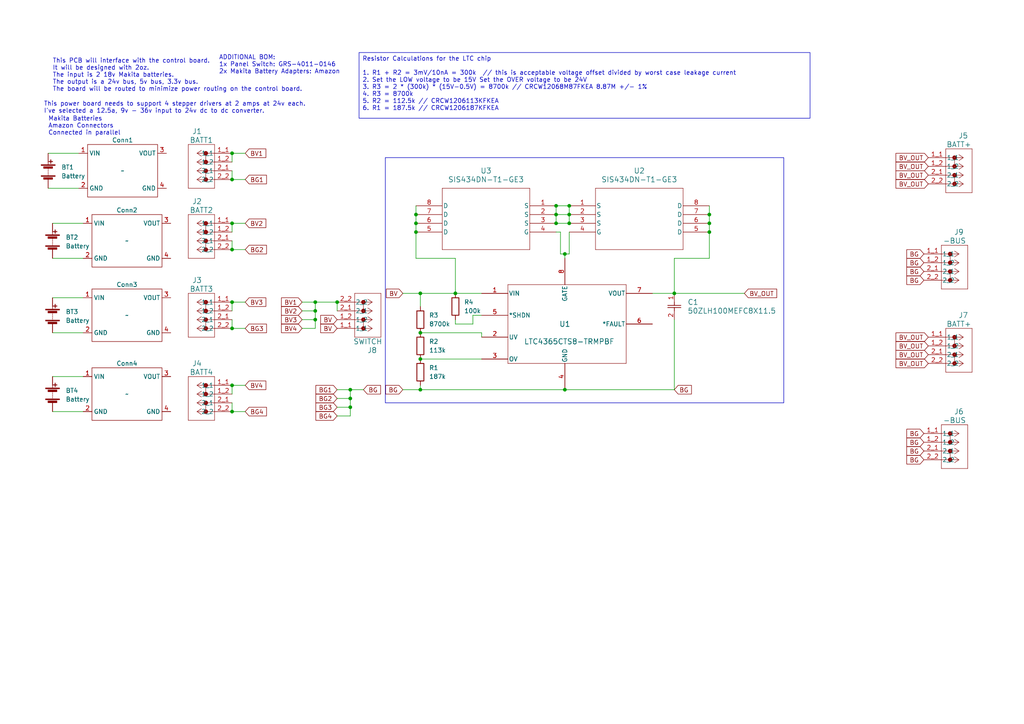
<source format=kicad_sch>
(kicad_sch (version 20230121) (generator eeschema)
  (paper "A4")
  (lib_symbols
    (symbol "2604-1102:2604-1102" (pin_names (offset 0.254))
      (property "Reference" "J" (at 8.89 6.35 0))
      (property "Value" "2604-1102" (at 0 0 0))
      (symbol "2604-1102_0_1"
        (polyline (pts (xy 5.08 -10.16) (xy 12.7 -10.16)) (stroke (width 0.127)))
        (polyline (pts (xy 5.08 2.54) (xy 5.08 -10.16)) (stroke (width 0.127)))
        (polyline (pts (xy 7.62 -5.08) (xy 7.62 -7.62)) (stroke (width 0.127)))
        (polyline (pts (xy 7.62 0) (xy 7.62 -2.54)) (stroke (width 0.127)))
        (polyline (pts (xy 10.16 -7.62) (xy 5.08 -7.62)) (stroke (width 0.127)))
        (polyline (pts (xy 10.16 -7.62) (xy 8.89 -8.4667)) (stroke (width 0.127)))
        (polyline (pts (xy 10.16 -7.62) (xy 8.89 -6.7733)) (stroke (width 0.127)))
        (polyline (pts (xy 10.16 -5.08) (xy 5.08 -5.08)) (stroke (width 0.127)))
        (polyline (pts (xy 10.16 -5.08) (xy 8.89 -5.9267)) (stroke (width 0.127)))
        (polyline (pts (xy 10.16 -5.08) (xy 8.89 -4.2333)) (stroke (width 0.127)))
        (polyline (pts (xy 10.16 -2.54) (xy 5.08 -2.54)) (stroke (width 0.127)))
        (polyline (pts (xy 10.16 -2.54) (xy 8.89 -3.3867)) (stroke (width 0.127)))
        (polyline (pts (xy 10.16 -2.54) (xy 8.89 -1.6933)) (stroke (width 0.127)))
        (polyline (pts (xy 10.16 0) (xy 5.08 0)) (stroke (width 0.127)))
        (polyline (pts (xy 10.16 0) (xy 8.89 -0.8467)) (stroke (width 0.127)))
        (polyline (pts (xy 10.16 0) (xy 8.89 0.8467)) (stroke (width 0.127)))
        (polyline (pts (xy 12.7 -10.16) (xy 12.7 2.54)) (stroke (width 0.127)))
        (polyline (pts (xy 12.7 2.54) (xy 5.08 2.54)) (stroke (width 0.127)))
        (circle (center 7.62 -7.62) (radius 0.127) (stroke (width 0.508)))
        (circle (center 7.62 -5.08) (radius 0.127) (stroke (width 0.508)))
        (circle (center 7.62 -2.54) (radius 0.127) (stroke (width 0.508)))
        (circle (center 7.62 0) (radius 0.127) (stroke (width 0.508)))
        (pin unspecified line (at 0 0 0) (length 5.08) (name "1_1") (number "1_1"))
        (pin unspecified line (at 0 -2.54 0) (length 5.08) (name "1_2") (number "1_2"))
        (pin unspecified line (at 0 -5.08 0) (length 5.08) (name "2_1") (number "2_1"))
        (pin unspecified line (at 0 -7.62 0) (length 5.08) (name "2_2") (number "2_2"))
      )
    )
    (symbol "50ZLH100MEFC8X11_5:50ZLH100MEFC8X11.5" (pin_names (offset 0.254))
      (property "Reference" "C" (at 3.81 3.81 0))
      (property "Value" "50ZLH100MEFC8X11.5" (at 3.81 -3.81 0))
      (symbol "50ZLH100MEFC8X11.5_1_1"
        (polyline (pts (xy 2.54 0) (xy 3.4798 0)) (stroke (width 0.2032)))
        (polyline (pts (xy 3.4798 -1.905) (xy 3.4798 1.905)) (stroke (width 0.2032)))
        (polyline (pts (xy 4.1148 -1.905) (xy 4.1148 1.905)) (stroke (width 0.2032)))
        (polyline (pts (xy 4.1148 0) (xy 5.08 0)) (stroke (width 0.2032)))
        (pin unspecified line (at 0 0 0) (length 2.54) (name "") (number "1"))
        (pin unspecified line (at 7.62 0 180) (length 2.54) (name "") (number "2"))
      )
      (symbol "50ZLH100MEFC8X11.5_1_2"
        (polyline (pts (xy -1.905 -4.1148) (xy 1.905 -4.1148)) (stroke (width 0.2032)))
        (polyline (pts (xy -1.905 -3.4798) (xy 1.905 -3.4798)) (stroke (width 0.2032)))
        (polyline (pts (xy 0 -4.1148) (xy 0 -5.08)) (stroke (width 0.2032)))
        (polyline (pts (xy 0 -2.54) (xy 0 -3.4798)) (stroke (width 0.2032)))
        (pin unspecified line (at 0 0 270) (length 2.54) (name "") (number "1"))
        (pin unspecified line (at 0 -7.62 90) (length 2.54) (name "") (number "2"))
      )
    )
    (symbol "Device:Battery" (pin_numbers hide) (pin_names (offset 0) hide)
      (property "Reference" "BT" (at 2.54 2.54 0))
      (property "Value" "Battery" (at 2.54 0 0))
      (symbol "Battery_0_1"
        (rectangle (start -2.032 -1.397) (end 2.032 -1.651) (fill (type outline)))
        (rectangle (start -2.032 1.778) (end 2.032 1.524) (fill (type outline)))
        (rectangle (start -1.3208 -1.9812) (end 1.27 -2.4892) (fill (type outline)))
        (rectangle (start -1.3208 1.1938) (end 1.27 0.6858) (fill (type outline)))
        (polyline (pts (xy 0 -1.524) (xy 0 -1.27)))
        (polyline (pts (xy 0 -1.016) (xy 0 -0.762)))
        (polyline (pts (xy 0 -0.508) (xy 0 -0.254)))
        (polyline (pts (xy 0 0) (xy 0 0.254)))
        (polyline (pts (xy 0 0.508) (xy 0 0.762)))
        (polyline (pts (xy 0 1.778) (xy 0 2.54)))
        (polyline (pts (xy 0.254 2.667) (xy 1.27 2.667)) (stroke (width 0.254)))
        (polyline (pts (xy 0.762 3.175) (xy 0.762 2.159)) (stroke (width 0.254)))
      )
      (symbol "Battery_1_1"
        (pin passive line (at 0 5.08 270) (length 2.54) (name "+") (number "1"))
        (pin passive line (at 0 -5.08 90) (length 2.54) (name "-") (number "2"))
      )
    )
    (symbol "Device:R" (pin_numbers hide) (pin_names (offset 0))
      (property "Reference" "R" (at 2.032 0 90))
      (property "Value" "R" (at 0 0 90))
      (symbol "R_0_1"
        (rectangle (start -1.016 -2.54) (end 1.016 2.54) (stroke (width 0.254)))
      )
      (symbol "R_1_1"
        (pin passive line (at 0 3.81 270) (length 1.27) (name "~") (number "1"))
        (pin passive line (at 0 -3.81 90) (length 1.27) (name "~") (number "2"))
      )
    )
    (symbol "LTC4365CTS8_TRMPBF:LTC4365CTS8-TRMPBF" (pin_names (offset 0.254))
      (property "Reference" "U" (at 1.27 1.27 0))
      (property "Value" "LTC4365CTS8-TRMPBF" (at 1.27 -2.54 0))
      (symbol "LTC4365CTS8-TRMPBF_0_1"
        (polyline (pts (xy -16.51 -11.43) (xy 17.78 -11.43)) (stroke (width 0.127)))
        (polyline (pts (xy -16.51 11.43) (xy -16.51 -11.43)) (stroke (width 0.127)))
        (polyline (pts (xy 17.78 -11.43) (xy 17.78 11.43)) (stroke (width 0.127)))
        (polyline (pts (xy 17.78 11.43) (xy -16.51 11.43)) (stroke (width 0.127)))
        (pin input line (at -24.13 8.89 0) (length 7.62) (name "VIN") (number "1"))
        (pin input line (at -24.13 -3.81 0) (length 7.62) (name "UV") (number "2"))
        (pin input line (at -24.13 -10.16 0) (length 7.62) (name "OV") (number "3"))
        (pin power_in line (at 0 -19.05 90) (length 7.62) (name "GND") (number "4"))
        (pin input line (at -24.13 2.54 0) (length 7.62) (name "*SHDN") (number "5"))
        (pin output line (at 25.4 0 180) (length 7.62) (name "*FAULT") (number "6"))
        (pin output line (at 25.4 8.89 180) (length 7.62) (name "VOUT") (number "7"))
        (pin output line (at 0 19.05 270) (length 7.62) (name "GATE") (number "8"))
      )
    )
    (symbol "MakitaBatteryAdapter:MakitaBatteryAdapter"
      (property "Reference" "Conn" (at 0 10.16 0))
      (symbol "MakitaBatteryAdapter_0_1"
        (rectangle (start -10.16 7.62) (end 10.16 -7.62))
      )
      (symbol "MakitaBatteryAdapter_1_1"
        (pin input line (at -12.7 5.08 0) (length 2.54) (name "VIN") (number "1"))
        (pin input line (at -12.7 -5.08 0) (length 2.54) (name "GND") (number "2"))
        (pin output line (at 12.7 5.08 180) (length 2.54) (name "VOUT") (number "3"))
        (pin output line (at 12.7 -5.08 180) (length 2.54) (name "GND") (number "4"))
      )
    )
    (symbol "SIS434DN_T1_GE3:SIS434DN-T1-GE3" (pin_names (offset 0.254))
      (property "Reference" "U" (at 20.32 10.16 0))
      (property "Value" "SIS434DN-T1-GE3" (at 20.32 7.62 0))
      (symbol "SIS434DN-T1-GE3_0_1"
        (polyline (pts (xy 7.62 -12.7) (xy 33.02 -12.7)) (stroke (width 0.127)))
        (polyline (pts (xy 7.62 5.08) (xy 7.62 -12.7)) (stroke (width 0.127)))
        (polyline (pts (xy 33.02 -12.7) (xy 33.02 5.08)) (stroke (width 0.127)))
        (polyline (pts (xy 33.02 5.08) (xy 7.62 5.08)) (stroke (width 0.127)))
      )
      (symbol "SIS434DN-T1-GE3_1_1"
        (pin unspecified line (at 0 0 0) (length 7.62) (name "S") (number "1"))
        (pin unspecified line (at 0 -2.54 0) (length 7.62) (name "S") (number "2"))
        (pin unspecified line (at 0 -5.08 0) (length 7.62) (name "S") (number "3"))
        (pin unspecified line (at 0 -7.62 0) (length 7.62) (name "G") (number "4"))
        (pin unspecified line (at 40.64 -7.62 180) (length 7.62) (name "D") (number "5"))
        (pin unspecified line (at 40.64 -5.08 180) (length 7.62) (name "D") (number "6"))
        (pin unspecified line (at 40.64 -2.54 180) (length 7.62) (name "D") (number "7"))
        (pin unspecified line (at 40.64 0 180) (length 7.62) (name "D") (number "8"))
      )
    )
  )
  (junction (at 120.65 62.23))
  (junction (at 67.31 44.45))
  (junction (at 132.08 85.09))
  (junction (at 165.1 64.77))
  (junction (at 120.65 64.77))
  (junction (at 67.31 87.63))
  (junction (at 161.29 64.77))
  (junction (at 67.31 72.39))
  (junction (at 205.74 67.31))
  (junction (at 205.74 62.23))
  (junction (at 205.74 64.77))
  (junction (at 91.44 87.63))
  (junction (at 67.31 119.38))
  (junction (at 67.31 95.25))
  (junction (at 97.79 87.63))
  (junction (at 91.44 92.71))
  (junction (at 91.44 90.17))
  (junction (at 120.65 67.31))
  (junction (at 67.31 52.07))
  (junction (at 121.92 104.14))
  (junction (at 195.58 85.09))
  (junction (at 101.6 113.03))
  (junction (at 101.6 118.11))
  (junction (at 67.31 111.76))
  (junction (at 67.31 64.77))
  (junction (at 163.83 73.66))
  (junction (at 121.92 85.09))
  (junction (at 121.92 113.03))
  (junction (at 161.29 59.69))
  (junction (at 165.1 59.69))
  (junction (at 121.92 96.52))
  (junction (at 163.83 113.03))
  (junction (at 101.6 115.57))
  (junction (at 161.29 62.23))
  (junction (at 165.1 62.23))
  (wire (pts (xy 116.84 113.03) (xy 121.92 113.03)))
  (wire (pts (xy 67.31 116.84) (xy 67.31 119.38)))
  (wire (pts (xy 165.1 73.66) (xy 163.83 73.66)))
  (wire (pts (xy 87.63 92.71) (xy 91.44 92.71)))
  (wire (pts (xy 205.74 62.23) (xy 205.74 59.69)))
  (wire (pts (xy 67.31 72.39) (xy 71.12 72.39)))
  (wire (pts (xy 91.44 95.25) (xy 91.44 92.71)))
  (wire (pts (xy 91.44 87.63) (xy 97.79 87.63)))
  (wire (pts (xy 120.65 64.77) (xy 120.65 62.23)))
  (wire (pts (xy 121.92 113.03) (xy 163.83 113.03)))
  (wire (pts (xy 91.44 90.17) (xy 91.44 87.63)))
  (wire (pts (xy 161.29 59.69) (xy 161.29 62.23)))
  (wire (pts (xy 205.74 67.31) (xy 205.74 64.77)))
  (wire (pts (xy 13.97 44.45) (xy 22.86 44.45)))
  (wire (pts (xy 15.24 64.77) (xy 24.13 64.77)))
  (wire (pts (xy 205.74 64.77) (xy 205.74 62.23)))
  (wire (pts (xy 139.7 96.52) (xy 139.7 97.79)))
  (wire (pts (xy 195.58 85.09) (xy 215.9 85.09)))
  (wire (pts (xy 97.79 87.63) (xy 97.79 90.17)))
  (wire (pts (xy 67.31 44.45) (xy 67.31 46.99)))
  (wire (pts (xy 97.79 113.03) (xy 101.6 113.03)))
  (wire (pts (xy 163.83 73.66) (xy 163.83 74.93)))
  (wire (pts (xy 67.31 119.38) (xy 71.12 119.38)))
  (wire (pts (xy 67.31 64.77) (xy 71.12 64.77)))
  (wire (pts (xy 101.6 118.11) (xy 101.6 115.57)))
  (wire (pts (xy 71.12 52.07) (xy 67.31 52.07)))
  (wire (pts (xy 121.92 104.14) (xy 139.7 104.14)))
  (wire (pts (xy 97.79 115.57) (xy 101.6 115.57)))
  (wire (pts (xy 67.31 64.77) (xy 67.31 67.31)))
  (wire (pts (xy 121.92 88.9) (xy 121.92 85.09)))
  (wire (pts (xy 161.29 64.77) (xy 165.1 64.77)))
  (wire (pts (xy 205.74 74.93) (xy 205.74 67.31)))
  (wire (pts (xy 91.44 92.71) (xy 91.44 90.17)))
  (wire (pts (xy 195.58 74.93) (xy 195.58 85.09)))
  (wire (pts (xy 120.65 74.93) (xy 120.65 67.31)))
  (wire (pts (xy 162.56 67.31) (xy 161.29 67.31)))
  (wire (pts (xy 195.58 113.03) (xy 163.83 113.03)))
  (wire (pts (xy 116.84 85.09) (xy 121.92 85.09)))
  (wire (pts (xy 101.6 120.65) (xy 101.6 118.11)))
  (wire (pts (xy 67.31 69.85) (xy 67.31 72.39)))
  (wire (pts (xy 67.31 111.76) (xy 71.12 111.76)))
  (wire (pts (xy 132.08 93.98) (xy 137.16 93.98)))
  (wire (pts (xy 161.29 62.23) (xy 165.1 62.23)))
  (wire (pts (xy 132.08 74.93) (xy 120.65 74.93)))
  (wire (pts (xy 162.56 73.66) (xy 163.83 73.66)))
  (wire (pts (xy 121.92 85.09) (xy 132.08 85.09)))
  (wire (pts (xy 15.24 86.36) (xy 24.13 86.36)))
  (wire (pts (xy 137.16 91.44) (xy 139.7 91.44)))
  (wire (pts (xy 87.63 87.63) (xy 91.44 87.63)))
  (wire (pts (xy 161.29 59.69) (xy 165.1 59.69)))
  (wire (pts (xy 132.08 92.71) (xy 132.08 93.98)))
  (wire (pts (xy 87.63 90.17) (xy 91.44 90.17)))
  (wire (pts (xy 165.1 62.23) (xy 165.1 64.77)))
  (wire (pts (xy 67.31 87.63) (xy 71.12 87.63)))
  (wire (pts (xy 195.58 92.71) (xy 195.58 113.03)))
  (wire (pts (xy 67.31 44.45) (xy 71.12 44.45)))
  (wire (pts (xy 195.58 74.93) (xy 205.74 74.93)))
  (wire (pts (xy 120.65 62.23) (xy 120.65 59.69)))
  (wire (pts (xy 189.23 85.09) (xy 195.58 85.09)))
  (wire (pts (xy 67.31 95.25) (xy 71.12 95.25)))
  (wire (pts (xy 165.1 59.69) (xy 165.1 62.23)))
  (wire (pts (xy 162.56 73.66) (xy 162.56 67.31)))
  (wire (pts (xy 101.6 115.57) (xy 101.6 113.03)))
  (wire (pts (xy 87.63 95.25) (xy 91.44 95.25)))
  (wire (pts (xy 121.92 111.76) (xy 121.92 113.03)))
  (wire (pts (xy 97.79 120.65) (xy 101.6 120.65)))
  (wire (pts (xy 101.6 113.03) (xy 105.41 113.03)))
  (wire (pts (xy 13.97 54.61) (xy 22.86 54.61)))
  (wire (pts (xy 67.31 49.53) (xy 67.31 52.07)))
  (wire (pts (xy 132.08 85.09) (xy 139.7 85.09)))
  (wire (pts (xy 24.13 119.38) (xy 15.24 119.38)))
  (wire (pts (xy 120.65 67.31) (xy 120.65 64.77)))
  (wire (pts (xy 165.1 67.31) (xy 165.1 73.66)))
  (wire (pts (xy 67.31 111.76) (xy 67.31 114.3)))
  (wire (pts (xy 97.79 118.11) (xy 101.6 118.11)))
  (wire (pts (xy 137.16 93.98) (xy 137.16 91.44)))
  (wire (pts (xy 67.31 92.71) (xy 67.31 95.25)))
  (wire (pts (xy 15.24 109.22) (xy 24.13 109.22)))
  (wire (pts (xy 132.08 74.93) (xy 132.08 85.09)))
  (wire (pts (xy 24.13 74.93) (xy 15.24 74.93)))
  (wire (pts (xy 161.29 62.23) (xy 161.29 64.77)))
  (wire (pts (xy 24.13 96.52) (xy 15.24 96.52)))
  (wire (pts (xy 67.31 87.63) (xy 67.31 90.17)))
  (wire (pts (xy 121.92 96.52) (xy 139.7 96.52)))
  (rectangle (start 111.76 45.72) (end 227.33 116.84))
  (text_box "Resistor Calculations for the LTC chip\n\n1. R1 + R2 = 3mV/10nA = 300k  // this is acceptable voltage offset divided by worst case leakage current\n2. Set the LOW voltage to be 15V Set the OVER voltage to be 24V\n3. R3 = 2 * (300k) * (15V-0.5V) = 8700k // CRCW12068M87FKEA 8.87M +/- 1%\n4. R3 = 8700k\n5. R2 = 112.5k // CRCW1206113KFKEA\n6. R1 = 187.5k // CRCW1206187KFKEA\n" (at 104.14 15.24 0) (size 130.81 19.05) (effects (font (size 1.27 1.27)) (justify left top)))
  (text "Makita Batteries\nAmazon Connectors\nConnected in parallel" (at 13.97 39.37 0) (effects (font (size 1.27 1.27)) (justify left bottom)))
  (text "ADDITIONAL BOM:\n1x Panel Switch: GRS-4011-0146\n2x Makita Battery Adapters: Amazon" (at 63.5 21.59 0) (effects (font (size 1.27 1.27)) (justify left bottom)))
  (text "This power board needs to support 4 stepper drivers at 2 amps at 24v each. \nI've selected a 12.5a, 9v - 36v input to 24v dc to dc converter." (at 12.7 33.02 0) (effects (font (size 1.27 1.27)) (justify left bottom)))
  (text "This PCB will interface with the control board. \nIt will be designed with 2oz. \nThe input is 2 18v Makita batteries. \nThe output is a 24v bus, 5v bus, 3.3v bus.\nThe board will be routed to minimize power routing on the control board." (at 15.24 26.67 0) (effects (font (size 1.27 1.27)) (justify left bottom)))
  (global_label "BG2" (shape input) (at 71.12 72.39 0) (property "Intersheetrefs" "${INTERSHEET_REFS}" (effects hide)))
  (global_label "BV_OUT" (shape input) (at 269.24 50.8 180) (property "Intersheetrefs" "${INTERSHEET_REFS}" (effects hide)))
  (global_label "BG4" (shape input) (at 97.79 120.65 180) (property "Intersheetrefs" "${INTERSHEET_REFS}" (effects hide)))
  (global_label "BG" (shape input) (at 267.97 81.28 180) (property "Intersheetrefs" "${INTERSHEET_REFS}" (effects hide)))
  (global_label "BG" (shape input) (at 267.97 73.66 180) (property "Intersheetrefs" "${INTERSHEET_REFS}" (effects hide)))
  (global_label "BG" (shape input) (at 116.84 113.03 180) (property "Intersheetrefs" "${INTERSHEET_REFS}" (effects hide)))
  (global_label "BV_OUT" (shape input) (at 269.24 97.79 180) (property "Intersheetrefs" "${INTERSHEET_REFS}" (effects hide)))
  (global_label "BV_OUT" (shape input) (at 269.24 105.41 180) (property "Intersheetrefs" "${INTERSHEET_REFS}" (effects hide)))
  (global_label "BV_OUT" (shape input) (at 269.24 45.72 180) (property "Intersheetrefs" "${INTERSHEET_REFS}" (effects hide)))
  (global_label "BG4" (shape input) (at 71.12 119.38 0) (property "Intersheetrefs" "${INTERSHEET_REFS}" (effects hide)))
  (global_label "BV_OUT" (shape input) (at 269.24 100.33 180) (property "Intersheetrefs" "${INTERSHEET_REFS}" (effects hide)))
  (global_label "BV4" (shape input) (at 71.12 111.76 0) (property "Intersheetrefs" "${INTERSHEET_REFS}" (effects hide)))
  (global_label "BV_OUT" (shape input) (at 269.24 48.26 180) (property "Intersheetrefs" "${INTERSHEET_REFS}" (effects hide)))
  (global_label "BV1" (shape input) (at 71.12 44.45 0) (property "Intersheetrefs" "${INTERSHEET_REFS}" (effects hide)))
  (global_label "BG" (shape input) (at 195.58 113.03 0) (property "Intersheetrefs" "${INTERSHEET_REFS}" (effects hide)))
  (global_label "BV1" (shape input) (at 87.63 87.63 180) (property "Intersheetrefs" "${INTERSHEET_REFS}" (effects hide)))
  (global_label "BG" (shape input) (at 267.97 76.2 180) (property "Intersheetrefs" "${INTERSHEET_REFS}" (effects hide)))
  (global_label "BV_OUT" (shape input) (at 269.24 102.87 180) (property "Intersheetrefs" "${INTERSHEET_REFS}" (effects hide)))
  (global_label "BV" (shape input) (at 116.84 85.09 180) (property "Intersheetrefs" "${INTERSHEET_REFS}" (effects hide)))
  (global_label "BG" (shape input) (at 267.97 78.74 180) (property "Intersheetrefs" "${INTERSHEET_REFS}" (effects hide)))
  (global_label "BV2" (shape input) (at 71.12 64.77 0) (property "Intersheetrefs" "${INTERSHEET_REFS}" (effects hide)))
  (global_label "BG3" (shape input) (at 71.12 95.25 0) (property "Intersheetrefs" "${INTERSHEET_REFS}" (effects hide)))
  (global_label "BG" (shape input) (at 267.97 133.35 180) (property "Intersheetrefs" "${INTERSHEET_REFS}" (effects hide)))
  (global_label "BV" (shape input) (at 97.79 92.71 180) (property "Intersheetrefs" "${INTERSHEET_REFS}" (effects hide)))
  (global_label "BV" (shape input) (at 97.79 95.25 180) (property "Intersheetrefs" "${INTERSHEET_REFS}" (effects hide)))
  (global_label "BV_OUT" (shape input) (at 269.24 53.34 180) (property "Intersheetrefs" "${INTERSHEET_REFS}" (effects hide)))
  (global_label "BG3" (shape input) (at 97.79 118.11 180) (property "Intersheetrefs" "${INTERSHEET_REFS}" (effects hide)))
  (global_label "BG1" (shape input) (at 97.79 113.03 180) (property "Intersheetrefs" "${INTERSHEET_REFS}" (effects hide)))
  (global_label "BV4" (shape input) (at 87.63 95.25 180) (property "Intersheetrefs" "${INTERSHEET_REFS}" (effects hide)))
  (global_label "BG1" (shape input) (at 71.12 52.07 0) (property "Intersheetrefs" "${INTERSHEET_REFS}" (effects hide)))
  (global_label "BG" (shape input) (at 267.97 130.81 180) (property "Intersheetrefs" "${INTERSHEET_REFS}" (effects hide)))
  (global_label "BV3" (shape input) (at 71.12 87.63 0) (property "Intersheetrefs" "${INTERSHEET_REFS}" (effects hide)))
  (global_label "BG" (shape input) (at 267.97 128.27 180) (property "Intersheetrefs" "${INTERSHEET_REFS}" (effects hide)))
  (global_label "BG" (shape input) (at 105.41 113.03 0) (property "Intersheetrefs" "${INTERSHEET_REFS}" (effects hide)))
  (global_label "BV3" (shape input) (at 87.63 92.71 180) (property "Intersheetrefs" "${INTERSHEET_REFS}" (effects hide)))
  (global_label "BG2" (shape input) (at 97.79 115.57 180) (property "Intersheetrefs" "${INTERSHEET_REFS}" (effects hide)))
  (global_label "BG" (shape input) (at 267.97 125.73 180) (property "Intersheetrefs" "${INTERSHEET_REFS}" (effects hide)))
  (global_label "BV2" (shape input) (at 87.63 90.17 180) (property "Intersheetrefs" "${INTERSHEET_REFS}" (effects hide)))
  (global_label "BV_OUT" (shape input) (at 215.9 85.09 0) (property "Intersheetrefs" "${INTERSHEET_REFS}" (effects hide)))
  (symbol (lib_id "Device:Battery") (at 15.24 91.44 0) (unit 1)
    (property "Reference" "BT3" (at 19.05 90.424 0) (effects (justify left)))
    (property "Value" "Battery" (at 19.05 92.964 0) (effects (justify left)))
  )
  (symbol (lib_id "Device:R") (at 121.92 92.71 0) (unit 1)
    (property "Reference" "R3" (at 124.46 91.44 0) (effects (justify left)))
    (property "Value" "8700k" (at 124.46 93.98 0) (effects (justify left)))
    (property "Footprint" "Resistor_SMD:R_1206_3216Metric_Pad1.30x1.75mm_HandSolder" (effects hide))
    (property "Part Number" "CRCW12068M87FKEA" (effects hide))
  )
  (symbol (lib_id "LTC4365CTS8_TRMPBF:LTC4365CTS8-TRMPBF") (at 163.83 93.98 0) (unit 1)
    (property "Reference" "U1" (at 163.83 93.98 0) (effects (font (size 1.524 1.524))))
    (property "Value" "LTC4365CTS8-TRMPBF" (at 165.1 99.06 0) (effects (font (size 1.524 1.524))))
    (property "Footprint" "TSOT-23_TS8_LIT" (effects hide))
    (property "Datasheet" "LTC4365CTS8-TRMPBF" (effects hide))
  )
  (symbol (lib_id "2604-1102:2604-1102") (at 67.31 44.45 0) (mirror y) (unit 1)
    (property "Reference" "J1" (at 57.15 38.1 0) (effects (font (size 1.524 1.524))))
    (property "Value" "BATT1" (at 58.42 40.64 0) (effects (font (size 1.524 1.524))))
    (property "Footprint" "2604-1102:2604" (effects hide))
    (property "Datasheet" "2604-1102" (effects hide))
    (property "Part Number" "2604-1102" (effects hide))
  )
  (symbol (lib_id "Device:Battery") (at 15.24 114.3 0) (unit 1)
    (property "Reference" "BT4" (at 19.05 113.284 0) (effects (justify left)))
    (property "Value" "Battery" (at 19.05 115.824 0) (effects (justify left)))
  )
  (symbol (lib_id "MakitaBatteryAdapter:MakitaBatteryAdapter") (at 36.83 114.3 0) (unit 1)
    (property "Reference" "Conn4" (at 36.83 105.41 0))
    (property "Value" "~" (at 36.83 114.3 0))
  )
  (symbol (lib_id "MakitaBatteryAdapter:MakitaBatteryAdapter") (at 36.83 69.85 0) (unit 1)
    (property "Reference" "Conn2" (at 36.83 60.96 0))
    (property "Value" "~" (at 36.83 69.85 0))
  )
  (symbol (lib_id "2604-1102:2604-1102") (at 67.31 64.77 0) (mirror y) (unit 1)
    (property "Reference" "J2" (at 57.15 58.42 0) (effects (font (size 1.524 1.524))))
    (property "Value" "BATT2" (at 58.42 60.96 0) (effects (font (size 1.524 1.524))))
    (property "Footprint" "2604-1102:2604" (effects hide))
    (property "Datasheet" "2604-1102" (effects hide))
    (property "Part Number" "2604-1102" (effects hide))
  )
  (symbol (lib_id "2604-1102:2604-1102") (at 267.97 125.73 0) (unit 1)
    (property "Reference" "J6" (at 278.13 119.38 0) (effects (font (size 1.524 1.524))))
    (property "Value" "-BUS" (at 276.86 121.92 0) (effects (font (size 1.524 1.524))))
    (property "Footprint" "2604-1102:2604" (effects hide))
    (property "Datasheet" "2604-1102" (effects hide))
    (property "Part Number" "2604-1102" (effects hide))
  )
  (symbol (lib_id "MakitaBatteryAdapter:MakitaBatteryAdapter") (at 35.56 49.53 0) (unit 1)
    (property "Reference" "Conn1" (at 35.56 40.64 0))
    (property "Value" "~" (at 35.56 49.53 0))
  )
  (symbol (lib_id "2604-1102:2604-1102") (at 269.24 45.72 0) (unit 1)
    (property "Reference" "J5" (at 279.4 39.37 0) (effects (font (size 1.524 1.524))))
    (property "Value" "BATT+" (at 278.13 41.91 0) (effects (font (size 1.524 1.524))))
    (property "Footprint" "2604-1102:2604" (effects hide))
    (property "Datasheet" "2604-1102" (effects hide))
    (property "Part Number" "2604-1102" (effects hide))
  )
  (symbol (lib_id "Device:Battery") (at 13.97 49.53 0) (unit 1)
    (property "Reference" "BT1" (at 17.78 48.514 0) (effects (justify left)))
    (property "Value" "Battery" (at 17.78 51.054 0) (effects (justify left)))
  )
  (symbol (lib_id "MakitaBatteryAdapter:MakitaBatteryAdapter") (at 36.83 91.44 0) (unit 1)
    (property "Reference" "Conn3" (at 36.83 82.55 0))
    (property "Value" "~" (at 36.83 91.44 0))
  )
  (symbol (lib_id "2604-1102:2604-1102") (at 267.97 73.66 0) (unit 1)
    (property "Reference" "J9" (at 278.13 67.31 0) (effects (font (size 1.524 1.524))))
    (property "Value" "-BUS" (at 276.86 69.85 0) (effects (font (size 1.524 1.524))))
    (property "Footprint" "2604-1102:2604" (effects hide))
    (property "Datasheet" "2604-1102" (effects hide))
    (property "Part Number" "2604-1102" (effects hide))
  )
  (symbol (lib_id "SIS434DN_T1_GE3:SIS434DN-T1-GE3") (at 161.29 59.69 0) (mirror y) (unit 1)
    (property "Reference" "U3" (at 140.97 49.53 0) (effects (font (size 1.524 1.524))))
    (property "Value" "SIS434DN-T1-GE3" (at 140.97 52.07 0) (effects (font (size 1.524 1.524))))
    (property "Footprint" "MOSFET_4DN-T1-E3_VIS" (effects hide))
    (property "Datasheet" "SIS434DN-T1-GE3" (effects hide))
  )
  (symbol (lib_id "Device:R") (at 121.92 107.95 0) (unit 1)
    (property "Reference" "R1" (at 124.46 106.68 0) (effects (justify left)))
    (property "Value" "187k" (at 124.46 109.22 0) (effects (justify left)))
    (property "Footprint" "Resistor_SMD:R_1206_3216Metric_Pad1.30x1.75mm_HandSolder" (effects hide))
    (property "Part Number" "CRCW1206187KFKEA" (effects hide))
  )
  (symbol (lib_id "2604-1102:2604-1102") (at 97.79 95.25 0) (mirror x) (unit 1)
    (property "Reference" "J8" (at 107.95 101.6 0) (effects (font (size 1.524 1.524))))
    (property "Value" "SWITCH" (at 106.68 99.06 0) (effects (font (size 1.524 1.524))))
    (property "Footprint" "2604-1102:2604" (effects hide))
    (property "Datasheet" "2604-1102" (effects hide))
    (property "Part Number" "2604-1102" (effects hide))
  )
  (symbol (lib_id "Device:R") (at 132.08 88.9 180) (unit 1)
    (property "Reference" "R4" (at 134.62 87.63 0) (effects (justify right)))
    (property "Value" "100k" (at 134.62 90.17 0) (effects (justify right)))
    (property "Footprint" "Resistor_SMD:R_1206_3216Metric_Pad1.30x1.75mm_HandSolder" (effects hide))
    (property "Part Number" "CRCW12068M87FKEA" (effects hide))
  )
  (symbol (lib_id "SIS434DN_T1_GE3:SIS434DN-T1-GE3") (at 165.1 59.69 0) (unit 1)
    (property "Reference" "U2" (at 185.42 49.53 0) (effects (font (size 1.524 1.524))))
    (property "Value" "SIS434DN-T1-GE3" (at 185.42 52.07 0) (effects (font (size 1.524 1.524))))
    (property "Footprint" "MOSFET_4DN-T1-E3_VIS" (effects hide))
    (property "Datasheet" "SIS434DN-T1-GE3" (effects hide))
  )
  (symbol (lib_id "2604-1102:2604-1102") (at 269.24 97.79 0) (unit 1)
    (property "Reference" "J7" (at 279.4 91.44 0) (effects (font (size 1.524 1.524))))
    (property "Value" "BATT+" (at 278.13 93.98 0) (effects (font (size 1.524 1.524))))
    (property "Footprint" "2604-1102:2604" (effects hide))
    (property "Datasheet" "2604-1102" (effects hide))
    (property "Part Number" "2604-1102" (effects hide))
  )
  (symbol (lib_id "Device:R") (at 121.92 100.33 0) (unit 1)
    (property "Reference" "R2" (at 124.46 99.06 0) (effects (justify left)))
    (property "Value" "113k" (at 124.46 101.6 0) (effects (justify left)))
    (property "Footprint" "Resistor_SMD:R_1206_3216Metric_Pad1.30x1.75mm_HandSolder" (effects hide))
    (property "Part Number" "CRCW1206113KFKEA" (effects hide))
  )
  (symbol (lib_id "50ZLH100MEFC8X11_5:50ZLH100MEFC8X11.5") (at 195.58 85.09 270) (unit 1)
    (property "Reference" "C1" (at 199.39 87.63 90) (effects (font (size 1.524 1.524)) (justify left)))
    (property "Value" "50ZLH100MEFC8X11.5" (at 199.39 90.17 90) (effects (font (size 1.524 1.524)) (justify left)))
    (property "Footprint" "50ZLH100MEFC8X11_5:CAP_YX_8X11P5_RUB" (effects hide))
    (property "Datasheet" "50ZLH100MEFC8X11.5" (effects hide))
  )
  (symbol (lib_id "2604-1102:2604-1102") (at 67.31 111.76 0) (mirror y) (unit 1)
    (property "Reference" "J4" (at 57.15 105.41 0) (effects (font (size 1.524 1.524))))
    (property "Value" "BATT4" (at 58.42 107.95 0) (effects (font (size 1.524 1.524))))
    (property "Footprint" "2604-1102:2604" (effects hide))
    (property "Datasheet" "2604-1102" (effects hide))
    (property "Part Number" "2604-1102" (effects hide))
  )
  (symbol (lib_id "Device:Battery") (at 15.24 69.85 0) (unit 1)
    (property "Reference" "BT2" (at 19.05 68.834 0) (effects (justify left)))
    (property "Value" "Battery" (at 19.05 71.374 0) (effects (justify left)))
  )
  (symbol (lib_id "2604-1102:2604-1102") (at 67.31 87.63 0) (mirror y) (unit 1)
    (property "Reference" "J3" (at 57.15 81.28 0) (effects (font (size 1.524 1.524))))
    (property "Value" "BATT3" (at 58.42 83.82 0) (effects (font (size 1.524 1.524))))
    (property "Footprint" "2604-1102:2604" (effects hide))
    (property "Datasheet" "2604-1102" (effects hide))
    (property "Part Number" "2604-1102" (effects hide))
  )
)
</source>
